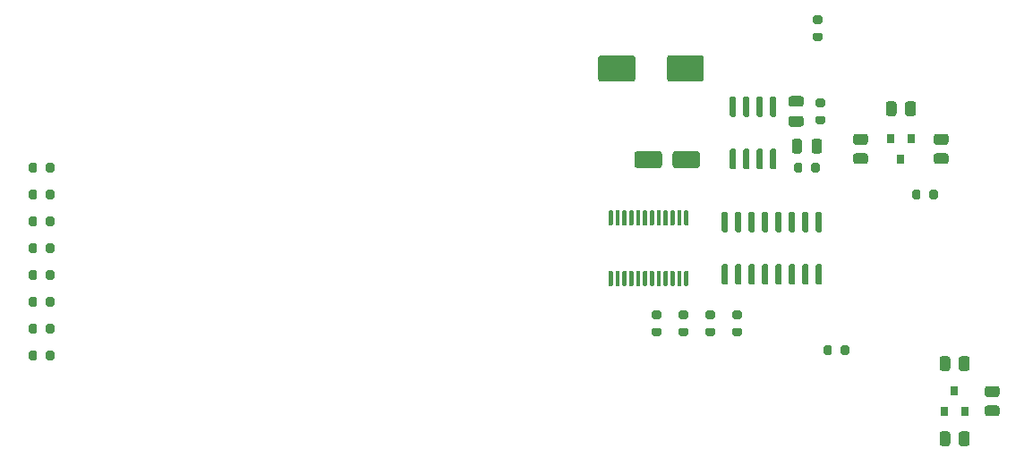
<source format=gbr>
%TF.GenerationSoftware,KiCad,Pcbnew,(5.1.10-1-10_14)*%
%TF.CreationDate,2021-11-01T23:58:36-04:00*%
%TF.ProjectId,DIODE-prototype-board,44494f44-452d-4707-926f-746f74797065,rev?*%
%TF.SameCoordinates,Original*%
%TF.FileFunction,Paste,Top*%
%TF.FilePolarity,Positive*%
%FSLAX46Y46*%
G04 Gerber Fmt 4.6, Leading zero omitted, Abs format (unit mm)*
G04 Created by KiCad (PCBNEW (5.1.10-1-10_14)) date 2021-11-01 23:58:36*
%MOMM*%
%LPD*%
G01*
G04 APERTURE LIST*
%ADD10R,0.800000X0.900000*%
G04 APERTURE END LIST*
%TO.C,R23*%
G36*
G01*
X156610000Y-161486001D02*
X156610000Y-160585999D01*
G75*
G02*
X156859999Y-160336000I249999J0D01*
G01*
X157385001Y-160336000D01*
G75*
G02*
X157635000Y-160585999I0J-249999D01*
G01*
X157635000Y-161486001D01*
G75*
G02*
X157385001Y-161736000I-249999J0D01*
G01*
X156859999Y-161736000D01*
G75*
G02*
X156610000Y-161486001I0J249999D01*
G01*
G37*
G36*
G01*
X154785000Y-161486001D02*
X154785000Y-160585999D01*
G75*
G02*
X155034999Y-160336000I249999J0D01*
G01*
X155560001Y-160336000D01*
G75*
G02*
X155810000Y-160585999I0J-249999D01*
G01*
X155810000Y-161486001D01*
G75*
G02*
X155560001Y-161736000I-249999J0D01*
G01*
X155034999Y-161736000D01*
G75*
G02*
X154785000Y-161486001I0J249999D01*
G01*
G37*
%TD*%
%TO.C,R22*%
G36*
G01*
X156610000Y-168598001D02*
X156610000Y-167697999D01*
G75*
G02*
X156859999Y-167448000I249999J0D01*
G01*
X157385001Y-167448000D01*
G75*
G02*
X157635000Y-167697999I0J-249999D01*
G01*
X157635000Y-168598001D01*
G75*
G02*
X157385001Y-168848000I-249999J0D01*
G01*
X156859999Y-168848000D01*
G75*
G02*
X156610000Y-168598001I0J249999D01*
G01*
G37*
G36*
G01*
X154785000Y-168598001D02*
X154785000Y-167697999D01*
G75*
G02*
X155034999Y-167448000I249999J0D01*
G01*
X155560001Y-167448000D01*
G75*
G02*
X155810000Y-167697999I0J-249999D01*
G01*
X155810000Y-168598001D01*
G75*
G02*
X155560001Y-168848000I-249999J0D01*
G01*
X155034999Y-168848000D01*
G75*
G02*
X154785000Y-168598001I0J249999D01*
G01*
G37*
%TD*%
%TO.C,R21*%
G36*
G01*
X159315999Y-164992000D02*
X160216001Y-164992000D01*
G75*
G02*
X160466000Y-165241999I0J-249999D01*
G01*
X160466000Y-165767001D01*
G75*
G02*
X160216001Y-166017000I-249999J0D01*
G01*
X159315999Y-166017000D01*
G75*
G02*
X159066000Y-165767001I0J249999D01*
G01*
X159066000Y-165241999D01*
G75*
G02*
X159315999Y-164992000I249999J0D01*
G01*
G37*
G36*
G01*
X159315999Y-163167000D02*
X160216001Y-163167000D01*
G75*
G02*
X160466000Y-163416999I0J-249999D01*
G01*
X160466000Y-163942001D01*
G75*
G02*
X160216001Y-164192000I-249999J0D01*
G01*
X159315999Y-164192000D01*
G75*
G02*
X159066000Y-163942001I0J249999D01*
G01*
X159066000Y-163416999D01*
G75*
G02*
X159315999Y-163167000I249999J0D01*
G01*
G37*
%TD*%
%TO.C,R20*%
G36*
G01*
X146869999Y-141116000D02*
X147770001Y-141116000D01*
G75*
G02*
X148020000Y-141365999I0J-249999D01*
G01*
X148020000Y-141891001D01*
G75*
G02*
X147770001Y-142141000I-249999J0D01*
G01*
X146869999Y-142141000D01*
G75*
G02*
X146620000Y-141891001I0J249999D01*
G01*
X146620000Y-141365999D01*
G75*
G02*
X146869999Y-141116000I249999J0D01*
G01*
G37*
G36*
G01*
X146869999Y-139291000D02*
X147770001Y-139291000D01*
G75*
G02*
X148020000Y-139540999I0J-249999D01*
G01*
X148020000Y-140066001D01*
G75*
G02*
X147770001Y-140316000I-249999J0D01*
G01*
X146869999Y-140316000D01*
G75*
G02*
X146620000Y-140066001I0J249999D01*
G01*
X146620000Y-139540999D01*
G75*
G02*
X146869999Y-139291000I249999J0D01*
G01*
G37*
%TD*%
%TO.C,R19*%
G36*
G01*
X155390001Y-140316000D02*
X154489999Y-140316000D01*
G75*
G02*
X154240000Y-140066001I0J249999D01*
G01*
X154240000Y-139540999D01*
G75*
G02*
X154489999Y-139291000I249999J0D01*
G01*
X155390001Y-139291000D01*
G75*
G02*
X155640000Y-139540999I0J-249999D01*
G01*
X155640000Y-140066001D01*
G75*
G02*
X155390001Y-140316000I-249999J0D01*
G01*
G37*
G36*
G01*
X155390001Y-142141000D02*
X154489999Y-142141000D01*
G75*
G02*
X154240000Y-141891001I0J249999D01*
G01*
X154240000Y-141365999D01*
G75*
G02*
X154489999Y-141116000I249999J0D01*
G01*
X155390001Y-141116000D01*
G75*
G02*
X155640000Y-141365999I0J-249999D01*
G01*
X155640000Y-141891001D01*
G75*
G02*
X155390001Y-142141000I-249999J0D01*
G01*
G37*
%TD*%
%TO.C,R18*%
G36*
G01*
X151530000Y-137356001D02*
X151530000Y-136455999D01*
G75*
G02*
X151779999Y-136206000I249999J0D01*
G01*
X152305001Y-136206000D01*
G75*
G02*
X152555000Y-136455999I0J-249999D01*
G01*
X152555000Y-137356001D01*
G75*
G02*
X152305001Y-137606000I-249999J0D01*
G01*
X151779999Y-137606000D01*
G75*
G02*
X151530000Y-137356001I0J249999D01*
G01*
G37*
G36*
G01*
X149705000Y-137356001D02*
X149705000Y-136455999D01*
G75*
G02*
X149954999Y-136206000I249999J0D01*
G01*
X150480001Y-136206000D01*
G75*
G02*
X150730000Y-136455999I0J-249999D01*
G01*
X150730000Y-137356001D01*
G75*
G02*
X150480001Y-137606000I-249999J0D01*
G01*
X149954999Y-137606000D01*
G75*
G02*
X149705000Y-137356001I0J249999D01*
G01*
G37*
%TD*%
D10*
%TO.C,Q2*%
X156210000Y-163592000D03*
X157160000Y-165592000D03*
X155260000Y-165592000D03*
%TD*%
%TO.C,Q1*%
X151130000Y-141716000D03*
X150180000Y-139716000D03*
X152080000Y-139716000D03*
%TD*%
%TO.C,R17*%
G36*
G01*
X142665000Y-142769000D02*
X142665000Y-142219000D01*
G75*
G02*
X142865000Y-142019000I200000J0D01*
G01*
X143265000Y-142019000D01*
G75*
G02*
X143465000Y-142219000I0J-200000D01*
G01*
X143465000Y-142769000D01*
G75*
G02*
X143265000Y-142969000I-200000J0D01*
G01*
X142865000Y-142969000D01*
G75*
G02*
X142665000Y-142769000I0J200000D01*
G01*
G37*
G36*
G01*
X141015000Y-142769000D02*
X141015000Y-142219000D01*
G75*
G02*
X141215000Y-142019000I200000J0D01*
G01*
X141615000Y-142019000D01*
G75*
G02*
X141815000Y-142219000I0J-200000D01*
G01*
X141815000Y-142769000D01*
G75*
G02*
X141615000Y-142969000I-200000J0D01*
G01*
X141215000Y-142969000D01*
G75*
G02*
X141015000Y-142769000I0J200000D01*
G01*
G37*
%TD*%
%TO.C,D1*%
G36*
G01*
X141790000Y-140005750D02*
X141790000Y-140918250D01*
G75*
G02*
X141546250Y-141162000I-243750J0D01*
G01*
X141058750Y-141162000D01*
G75*
G02*
X140815000Y-140918250I0J243750D01*
G01*
X140815000Y-140005750D01*
G75*
G02*
X141058750Y-139762000I243750J0D01*
G01*
X141546250Y-139762000D01*
G75*
G02*
X141790000Y-140005750I0J-243750D01*
G01*
G37*
G36*
G01*
X143665000Y-140005750D02*
X143665000Y-140918250D01*
G75*
G02*
X143421250Y-141162000I-243750J0D01*
G01*
X142933750Y-141162000D01*
G75*
G02*
X142690000Y-140918250I0J243750D01*
G01*
X142690000Y-140005750D01*
G75*
G02*
X142933750Y-139762000I243750J0D01*
G01*
X143421250Y-139762000D01*
G75*
G02*
X143665000Y-140005750I0J-243750D01*
G01*
G37*
%TD*%
%TO.C,U4*%
G36*
G01*
X134643000Y-148614000D02*
X134343000Y-148614000D01*
G75*
G02*
X134193000Y-148464000I0J150000D01*
G01*
X134193000Y-146814000D01*
G75*
G02*
X134343000Y-146664000I150000J0D01*
G01*
X134643000Y-146664000D01*
G75*
G02*
X134793000Y-146814000I0J-150000D01*
G01*
X134793000Y-148464000D01*
G75*
G02*
X134643000Y-148614000I-150000J0D01*
G01*
G37*
G36*
G01*
X135913000Y-148614000D02*
X135613000Y-148614000D01*
G75*
G02*
X135463000Y-148464000I0J150000D01*
G01*
X135463000Y-146814000D01*
G75*
G02*
X135613000Y-146664000I150000J0D01*
G01*
X135913000Y-146664000D01*
G75*
G02*
X136063000Y-146814000I0J-150000D01*
G01*
X136063000Y-148464000D01*
G75*
G02*
X135913000Y-148614000I-150000J0D01*
G01*
G37*
G36*
G01*
X137183000Y-148614000D02*
X136883000Y-148614000D01*
G75*
G02*
X136733000Y-148464000I0J150000D01*
G01*
X136733000Y-146814000D01*
G75*
G02*
X136883000Y-146664000I150000J0D01*
G01*
X137183000Y-146664000D01*
G75*
G02*
X137333000Y-146814000I0J-150000D01*
G01*
X137333000Y-148464000D01*
G75*
G02*
X137183000Y-148614000I-150000J0D01*
G01*
G37*
G36*
G01*
X138453000Y-148614000D02*
X138153000Y-148614000D01*
G75*
G02*
X138003000Y-148464000I0J150000D01*
G01*
X138003000Y-146814000D01*
G75*
G02*
X138153000Y-146664000I150000J0D01*
G01*
X138453000Y-146664000D01*
G75*
G02*
X138603000Y-146814000I0J-150000D01*
G01*
X138603000Y-148464000D01*
G75*
G02*
X138453000Y-148614000I-150000J0D01*
G01*
G37*
G36*
G01*
X139723000Y-148614000D02*
X139423000Y-148614000D01*
G75*
G02*
X139273000Y-148464000I0J150000D01*
G01*
X139273000Y-146814000D01*
G75*
G02*
X139423000Y-146664000I150000J0D01*
G01*
X139723000Y-146664000D01*
G75*
G02*
X139873000Y-146814000I0J-150000D01*
G01*
X139873000Y-148464000D01*
G75*
G02*
X139723000Y-148614000I-150000J0D01*
G01*
G37*
G36*
G01*
X140993000Y-148614000D02*
X140693000Y-148614000D01*
G75*
G02*
X140543000Y-148464000I0J150000D01*
G01*
X140543000Y-146814000D01*
G75*
G02*
X140693000Y-146664000I150000J0D01*
G01*
X140993000Y-146664000D01*
G75*
G02*
X141143000Y-146814000I0J-150000D01*
G01*
X141143000Y-148464000D01*
G75*
G02*
X140993000Y-148614000I-150000J0D01*
G01*
G37*
G36*
G01*
X142263000Y-148614000D02*
X141963000Y-148614000D01*
G75*
G02*
X141813000Y-148464000I0J150000D01*
G01*
X141813000Y-146814000D01*
G75*
G02*
X141963000Y-146664000I150000J0D01*
G01*
X142263000Y-146664000D01*
G75*
G02*
X142413000Y-146814000I0J-150000D01*
G01*
X142413000Y-148464000D01*
G75*
G02*
X142263000Y-148614000I-150000J0D01*
G01*
G37*
G36*
G01*
X143533000Y-148614000D02*
X143233000Y-148614000D01*
G75*
G02*
X143083000Y-148464000I0J150000D01*
G01*
X143083000Y-146814000D01*
G75*
G02*
X143233000Y-146664000I150000J0D01*
G01*
X143533000Y-146664000D01*
G75*
G02*
X143683000Y-146814000I0J-150000D01*
G01*
X143683000Y-148464000D01*
G75*
G02*
X143533000Y-148614000I-150000J0D01*
G01*
G37*
G36*
G01*
X143533000Y-153564000D02*
X143233000Y-153564000D01*
G75*
G02*
X143083000Y-153414000I0J150000D01*
G01*
X143083000Y-151764000D01*
G75*
G02*
X143233000Y-151614000I150000J0D01*
G01*
X143533000Y-151614000D01*
G75*
G02*
X143683000Y-151764000I0J-150000D01*
G01*
X143683000Y-153414000D01*
G75*
G02*
X143533000Y-153564000I-150000J0D01*
G01*
G37*
G36*
G01*
X142263000Y-153564000D02*
X141963000Y-153564000D01*
G75*
G02*
X141813000Y-153414000I0J150000D01*
G01*
X141813000Y-151764000D01*
G75*
G02*
X141963000Y-151614000I150000J0D01*
G01*
X142263000Y-151614000D01*
G75*
G02*
X142413000Y-151764000I0J-150000D01*
G01*
X142413000Y-153414000D01*
G75*
G02*
X142263000Y-153564000I-150000J0D01*
G01*
G37*
G36*
G01*
X140993000Y-153564000D02*
X140693000Y-153564000D01*
G75*
G02*
X140543000Y-153414000I0J150000D01*
G01*
X140543000Y-151764000D01*
G75*
G02*
X140693000Y-151614000I150000J0D01*
G01*
X140993000Y-151614000D01*
G75*
G02*
X141143000Y-151764000I0J-150000D01*
G01*
X141143000Y-153414000D01*
G75*
G02*
X140993000Y-153564000I-150000J0D01*
G01*
G37*
G36*
G01*
X139723000Y-153564000D02*
X139423000Y-153564000D01*
G75*
G02*
X139273000Y-153414000I0J150000D01*
G01*
X139273000Y-151764000D01*
G75*
G02*
X139423000Y-151614000I150000J0D01*
G01*
X139723000Y-151614000D01*
G75*
G02*
X139873000Y-151764000I0J-150000D01*
G01*
X139873000Y-153414000D01*
G75*
G02*
X139723000Y-153564000I-150000J0D01*
G01*
G37*
G36*
G01*
X138453000Y-153564000D02*
X138153000Y-153564000D01*
G75*
G02*
X138003000Y-153414000I0J150000D01*
G01*
X138003000Y-151764000D01*
G75*
G02*
X138153000Y-151614000I150000J0D01*
G01*
X138453000Y-151614000D01*
G75*
G02*
X138603000Y-151764000I0J-150000D01*
G01*
X138603000Y-153414000D01*
G75*
G02*
X138453000Y-153564000I-150000J0D01*
G01*
G37*
G36*
G01*
X137183000Y-153564000D02*
X136883000Y-153564000D01*
G75*
G02*
X136733000Y-153414000I0J150000D01*
G01*
X136733000Y-151764000D01*
G75*
G02*
X136883000Y-151614000I150000J0D01*
G01*
X137183000Y-151614000D01*
G75*
G02*
X137333000Y-151764000I0J-150000D01*
G01*
X137333000Y-153414000D01*
G75*
G02*
X137183000Y-153564000I-150000J0D01*
G01*
G37*
G36*
G01*
X135913000Y-153564000D02*
X135613000Y-153564000D01*
G75*
G02*
X135463000Y-153414000I0J150000D01*
G01*
X135463000Y-151764000D01*
G75*
G02*
X135613000Y-151614000I150000J0D01*
G01*
X135913000Y-151614000D01*
G75*
G02*
X136063000Y-151764000I0J-150000D01*
G01*
X136063000Y-153414000D01*
G75*
G02*
X135913000Y-153564000I-150000J0D01*
G01*
G37*
G36*
G01*
X134643000Y-153564000D02*
X134343000Y-153564000D01*
G75*
G02*
X134193000Y-153414000I0J150000D01*
G01*
X134193000Y-151764000D01*
G75*
G02*
X134343000Y-151614000I150000J0D01*
G01*
X134643000Y-151614000D01*
G75*
G02*
X134793000Y-151764000I0J-150000D01*
G01*
X134793000Y-153414000D01*
G75*
G02*
X134643000Y-153564000I-150000J0D01*
G01*
G37*
%TD*%
%TO.C,C3*%
G36*
G01*
X126008000Y-132096000D02*
X126008000Y-134096000D01*
G75*
G02*
X125758000Y-134346000I-250000J0D01*
G01*
X122758000Y-134346000D01*
G75*
G02*
X122508000Y-134096000I0J250000D01*
G01*
X122508000Y-132096000D01*
G75*
G02*
X122758000Y-131846000I250000J0D01*
G01*
X125758000Y-131846000D01*
G75*
G02*
X126008000Y-132096000I0J-250000D01*
G01*
G37*
G36*
G01*
X132508000Y-132096000D02*
X132508000Y-134096000D01*
G75*
G02*
X132258000Y-134346000I-250000J0D01*
G01*
X129258000Y-134346000D01*
G75*
G02*
X129008000Y-134096000I0J250000D01*
G01*
X129008000Y-132096000D01*
G75*
G02*
X129258000Y-131846000I250000J0D01*
G01*
X132258000Y-131846000D01*
G75*
G02*
X132508000Y-132096000I0J-250000D01*
G01*
G37*
%TD*%
%TO.C,C1*%
G36*
G01*
X140749000Y-137610000D02*
X141699000Y-137610000D01*
G75*
G02*
X141949000Y-137860000I0J-250000D01*
G01*
X141949000Y-138360000D01*
G75*
G02*
X141699000Y-138610000I-250000J0D01*
G01*
X140749000Y-138610000D01*
G75*
G02*
X140499000Y-138360000I0J250000D01*
G01*
X140499000Y-137860000D01*
G75*
G02*
X140749000Y-137610000I250000J0D01*
G01*
G37*
G36*
G01*
X140749000Y-135710000D02*
X141699000Y-135710000D01*
G75*
G02*
X141949000Y-135960000I0J-250000D01*
G01*
X141949000Y-136460000D01*
G75*
G02*
X141699000Y-136710000I-250000J0D01*
G01*
X140749000Y-136710000D01*
G75*
G02*
X140499000Y-136460000I0J250000D01*
G01*
X140499000Y-135960000D01*
G75*
G02*
X140749000Y-135710000I250000J0D01*
G01*
G37*
%TD*%
%TO.C,C2*%
G36*
G01*
X128532000Y-141182000D02*
X128532000Y-142282000D01*
G75*
G02*
X128282000Y-142532000I-250000J0D01*
G01*
X126182000Y-142532000D01*
G75*
G02*
X125932000Y-142282000I0J250000D01*
G01*
X125932000Y-141182000D01*
G75*
G02*
X126182000Y-140932000I250000J0D01*
G01*
X128282000Y-140932000D01*
G75*
G02*
X128532000Y-141182000I0J-250000D01*
G01*
G37*
G36*
G01*
X132132000Y-141182000D02*
X132132000Y-142282000D01*
G75*
G02*
X131882000Y-142532000I-250000J0D01*
G01*
X129782000Y-142532000D01*
G75*
G02*
X129532000Y-142282000I0J250000D01*
G01*
X129532000Y-141182000D01*
G75*
G02*
X129782000Y-140932000I250000J0D01*
G01*
X131882000Y-140932000D01*
G75*
G02*
X132132000Y-141182000I0J-250000D01*
G01*
G37*
%TD*%
%TO.C,U3*%
G36*
G01*
X130729000Y-152239000D02*
X130929000Y-152239000D01*
G75*
G02*
X131029000Y-152339000I0J-100000D01*
G01*
X131029000Y-153614000D01*
G75*
G02*
X130929000Y-153714000I-100000J0D01*
G01*
X130729000Y-153714000D01*
G75*
G02*
X130629000Y-153614000I0J100000D01*
G01*
X130629000Y-152339000D01*
G75*
G02*
X130729000Y-152239000I100000J0D01*
G01*
G37*
G36*
G01*
X130079000Y-152239000D02*
X130279000Y-152239000D01*
G75*
G02*
X130379000Y-152339000I0J-100000D01*
G01*
X130379000Y-153614000D01*
G75*
G02*
X130279000Y-153714000I-100000J0D01*
G01*
X130079000Y-153714000D01*
G75*
G02*
X129979000Y-153614000I0J100000D01*
G01*
X129979000Y-152339000D01*
G75*
G02*
X130079000Y-152239000I100000J0D01*
G01*
G37*
G36*
G01*
X129429000Y-152239000D02*
X129629000Y-152239000D01*
G75*
G02*
X129729000Y-152339000I0J-100000D01*
G01*
X129729000Y-153614000D01*
G75*
G02*
X129629000Y-153714000I-100000J0D01*
G01*
X129429000Y-153714000D01*
G75*
G02*
X129329000Y-153614000I0J100000D01*
G01*
X129329000Y-152339000D01*
G75*
G02*
X129429000Y-152239000I100000J0D01*
G01*
G37*
G36*
G01*
X128779000Y-152239000D02*
X128979000Y-152239000D01*
G75*
G02*
X129079000Y-152339000I0J-100000D01*
G01*
X129079000Y-153614000D01*
G75*
G02*
X128979000Y-153714000I-100000J0D01*
G01*
X128779000Y-153714000D01*
G75*
G02*
X128679000Y-153614000I0J100000D01*
G01*
X128679000Y-152339000D01*
G75*
G02*
X128779000Y-152239000I100000J0D01*
G01*
G37*
G36*
G01*
X128129000Y-152239000D02*
X128329000Y-152239000D01*
G75*
G02*
X128429000Y-152339000I0J-100000D01*
G01*
X128429000Y-153614000D01*
G75*
G02*
X128329000Y-153714000I-100000J0D01*
G01*
X128129000Y-153714000D01*
G75*
G02*
X128029000Y-153614000I0J100000D01*
G01*
X128029000Y-152339000D01*
G75*
G02*
X128129000Y-152239000I100000J0D01*
G01*
G37*
G36*
G01*
X127479000Y-152239000D02*
X127679000Y-152239000D01*
G75*
G02*
X127779000Y-152339000I0J-100000D01*
G01*
X127779000Y-153614000D01*
G75*
G02*
X127679000Y-153714000I-100000J0D01*
G01*
X127479000Y-153714000D01*
G75*
G02*
X127379000Y-153614000I0J100000D01*
G01*
X127379000Y-152339000D01*
G75*
G02*
X127479000Y-152239000I100000J0D01*
G01*
G37*
G36*
G01*
X126829000Y-152239000D02*
X127029000Y-152239000D01*
G75*
G02*
X127129000Y-152339000I0J-100000D01*
G01*
X127129000Y-153614000D01*
G75*
G02*
X127029000Y-153714000I-100000J0D01*
G01*
X126829000Y-153714000D01*
G75*
G02*
X126729000Y-153614000I0J100000D01*
G01*
X126729000Y-152339000D01*
G75*
G02*
X126829000Y-152239000I100000J0D01*
G01*
G37*
G36*
G01*
X126179000Y-152239000D02*
X126379000Y-152239000D01*
G75*
G02*
X126479000Y-152339000I0J-100000D01*
G01*
X126479000Y-153614000D01*
G75*
G02*
X126379000Y-153714000I-100000J0D01*
G01*
X126179000Y-153714000D01*
G75*
G02*
X126079000Y-153614000I0J100000D01*
G01*
X126079000Y-152339000D01*
G75*
G02*
X126179000Y-152239000I100000J0D01*
G01*
G37*
G36*
G01*
X125529000Y-152239000D02*
X125729000Y-152239000D01*
G75*
G02*
X125829000Y-152339000I0J-100000D01*
G01*
X125829000Y-153614000D01*
G75*
G02*
X125729000Y-153714000I-100000J0D01*
G01*
X125529000Y-153714000D01*
G75*
G02*
X125429000Y-153614000I0J100000D01*
G01*
X125429000Y-152339000D01*
G75*
G02*
X125529000Y-152239000I100000J0D01*
G01*
G37*
G36*
G01*
X124879000Y-152239000D02*
X125079000Y-152239000D01*
G75*
G02*
X125179000Y-152339000I0J-100000D01*
G01*
X125179000Y-153614000D01*
G75*
G02*
X125079000Y-153714000I-100000J0D01*
G01*
X124879000Y-153714000D01*
G75*
G02*
X124779000Y-153614000I0J100000D01*
G01*
X124779000Y-152339000D01*
G75*
G02*
X124879000Y-152239000I100000J0D01*
G01*
G37*
G36*
G01*
X124229000Y-152239000D02*
X124429000Y-152239000D01*
G75*
G02*
X124529000Y-152339000I0J-100000D01*
G01*
X124529000Y-153614000D01*
G75*
G02*
X124429000Y-153714000I-100000J0D01*
G01*
X124229000Y-153714000D01*
G75*
G02*
X124129000Y-153614000I0J100000D01*
G01*
X124129000Y-152339000D01*
G75*
G02*
X124229000Y-152239000I100000J0D01*
G01*
G37*
G36*
G01*
X123579000Y-152239000D02*
X123779000Y-152239000D01*
G75*
G02*
X123879000Y-152339000I0J-100000D01*
G01*
X123879000Y-153614000D01*
G75*
G02*
X123779000Y-153714000I-100000J0D01*
G01*
X123579000Y-153714000D01*
G75*
G02*
X123479000Y-153614000I0J100000D01*
G01*
X123479000Y-152339000D01*
G75*
G02*
X123579000Y-152239000I100000J0D01*
G01*
G37*
G36*
G01*
X123579000Y-146514000D02*
X123779000Y-146514000D01*
G75*
G02*
X123879000Y-146614000I0J-100000D01*
G01*
X123879000Y-147889000D01*
G75*
G02*
X123779000Y-147989000I-100000J0D01*
G01*
X123579000Y-147989000D01*
G75*
G02*
X123479000Y-147889000I0J100000D01*
G01*
X123479000Y-146614000D01*
G75*
G02*
X123579000Y-146514000I100000J0D01*
G01*
G37*
G36*
G01*
X124229000Y-146514000D02*
X124429000Y-146514000D01*
G75*
G02*
X124529000Y-146614000I0J-100000D01*
G01*
X124529000Y-147889000D01*
G75*
G02*
X124429000Y-147989000I-100000J0D01*
G01*
X124229000Y-147989000D01*
G75*
G02*
X124129000Y-147889000I0J100000D01*
G01*
X124129000Y-146614000D01*
G75*
G02*
X124229000Y-146514000I100000J0D01*
G01*
G37*
G36*
G01*
X124879000Y-146514000D02*
X125079000Y-146514000D01*
G75*
G02*
X125179000Y-146614000I0J-100000D01*
G01*
X125179000Y-147889000D01*
G75*
G02*
X125079000Y-147989000I-100000J0D01*
G01*
X124879000Y-147989000D01*
G75*
G02*
X124779000Y-147889000I0J100000D01*
G01*
X124779000Y-146614000D01*
G75*
G02*
X124879000Y-146514000I100000J0D01*
G01*
G37*
G36*
G01*
X125529000Y-146514000D02*
X125729000Y-146514000D01*
G75*
G02*
X125829000Y-146614000I0J-100000D01*
G01*
X125829000Y-147889000D01*
G75*
G02*
X125729000Y-147989000I-100000J0D01*
G01*
X125529000Y-147989000D01*
G75*
G02*
X125429000Y-147889000I0J100000D01*
G01*
X125429000Y-146614000D01*
G75*
G02*
X125529000Y-146514000I100000J0D01*
G01*
G37*
G36*
G01*
X126179000Y-146514000D02*
X126379000Y-146514000D01*
G75*
G02*
X126479000Y-146614000I0J-100000D01*
G01*
X126479000Y-147889000D01*
G75*
G02*
X126379000Y-147989000I-100000J0D01*
G01*
X126179000Y-147989000D01*
G75*
G02*
X126079000Y-147889000I0J100000D01*
G01*
X126079000Y-146614000D01*
G75*
G02*
X126179000Y-146514000I100000J0D01*
G01*
G37*
G36*
G01*
X126829000Y-146514000D02*
X127029000Y-146514000D01*
G75*
G02*
X127129000Y-146614000I0J-100000D01*
G01*
X127129000Y-147889000D01*
G75*
G02*
X127029000Y-147989000I-100000J0D01*
G01*
X126829000Y-147989000D01*
G75*
G02*
X126729000Y-147889000I0J100000D01*
G01*
X126729000Y-146614000D01*
G75*
G02*
X126829000Y-146514000I100000J0D01*
G01*
G37*
G36*
G01*
X127479000Y-146514000D02*
X127679000Y-146514000D01*
G75*
G02*
X127779000Y-146614000I0J-100000D01*
G01*
X127779000Y-147889000D01*
G75*
G02*
X127679000Y-147989000I-100000J0D01*
G01*
X127479000Y-147989000D01*
G75*
G02*
X127379000Y-147889000I0J100000D01*
G01*
X127379000Y-146614000D01*
G75*
G02*
X127479000Y-146514000I100000J0D01*
G01*
G37*
G36*
G01*
X128129000Y-146514000D02*
X128329000Y-146514000D01*
G75*
G02*
X128429000Y-146614000I0J-100000D01*
G01*
X128429000Y-147889000D01*
G75*
G02*
X128329000Y-147989000I-100000J0D01*
G01*
X128129000Y-147989000D01*
G75*
G02*
X128029000Y-147889000I0J100000D01*
G01*
X128029000Y-146614000D01*
G75*
G02*
X128129000Y-146514000I100000J0D01*
G01*
G37*
G36*
G01*
X128779000Y-146514000D02*
X128979000Y-146514000D01*
G75*
G02*
X129079000Y-146614000I0J-100000D01*
G01*
X129079000Y-147889000D01*
G75*
G02*
X128979000Y-147989000I-100000J0D01*
G01*
X128779000Y-147989000D01*
G75*
G02*
X128679000Y-147889000I0J100000D01*
G01*
X128679000Y-146614000D01*
G75*
G02*
X128779000Y-146514000I100000J0D01*
G01*
G37*
G36*
G01*
X129429000Y-146514000D02*
X129629000Y-146514000D01*
G75*
G02*
X129729000Y-146614000I0J-100000D01*
G01*
X129729000Y-147889000D01*
G75*
G02*
X129629000Y-147989000I-100000J0D01*
G01*
X129429000Y-147989000D01*
G75*
G02*
X129329000Y-147889000I0J100000D01*
G01*
X129329000Y-146614000D01*
G75*
G02*
X129429000Y-146514000I100000J0D01*
G01*
G37*
G36*
G01*
X130079000Y-146514000D02*
X130279000Y-146514000D01*
G75*
G02*
X130379000Y-146614000I0J-100000D01*
G01*
X130379000Y-147889000D01*
G75*
G02*
X130279000Y-147989000I-100000J0D01*
G01*
X130079000Y-147989000D01*
G75*
G02*
X129979000Y-147889000I0J100000D01*
G01*
X129979000Y-146614000D01*
G75*
G02*
X130079000Y-146514000I100000J0D01*
G01*
G37*
G36*
G01*
X130729000Y-146514000D02*
X130929000Y-146514000D01*
G75*
G02*
X131029000Y-146614000I0J-100000D01*
G01*
X131029000Y-147889000D01*
G75*
G02*
X130929000Y-147989000I-100000J0D01*
G01*
X130729000Y-147989000D01*
G75*
G02*
X130629000Y-147889000I0J100000D01*
G01*
X130629000Y-146614000D01*
G75*
G02*
X130729000Y-146514000I100000J0D01*
G01*
G37*
%TD*%
%TO.C,U2*%
G36*
G01*
X135405000Y-137692000D02*
X135105000Y-137692000D01*
G75*
G02*
X134955000Y-137542000I0J150000D01*
G01*
X134955000Y-135892000D01*
G75*
G02*
X135105000Y-135742000I150000J0D01*
G01*
X135405000Y-135742000D01*
G75*
G02*
X135555000Y-135892000I0J-150000D01*
G01*
X135555000Y-137542000D01*
G75*
G02*
X135405000Y-137692000I-150000J0D01*
G01*
G37*
G36*
G01*
X136675000Y-137692000D02*
X136375000Y-137692000D01*
G75*
G02*
X136225000Y-137542000I0J150000D01*
G01*
X136225000Y-135892000D01*
G75*
G02*
X136375000Y-135742000I150000J0D01*
G01*
X136675000Y-135742000D01*
G75*
G02*
X136825000Y-135892000I0J-150000D01*
G01*
X136825000Y-137542000D01*
G75*
G02*
X136675000Y-137692000I-150000J0D01*
G01*
G37*
G36*
G01*
X137945000Y-137692000D02*
X137645000Y-137692000D01*
G75*
G02*
X137495000Y-137542000I0J150000D01*
G01*
X137495000Y-135892000D01*
G75*
G02*
X137645000Y-135742000I150000J0D01*
G01*
X137945000Y-135742000D01*
G75*
G02*
X138095000Y-135892000I0J-150000D01*
G01*
X138095000Y-137542000D01*
G75*
G02*
X137945000Y-137692000I-150000J0D01*
G01*
G37*
G36*
G01*
X139215000Y-137692000D02*
X138915000Y-137692000D01*
G75*
G02*
X138765000Y-137542000I0J150000D01*
G01*
X138765000Y-135892000D01*
G75*
G02*
X138915000Y-135742000I150000J0D01*
G01*
X139215000Y-135742000D01*
G75*
G02*
X139365000Y-135892000I0J-150000D01*
G01*
X139365000Y-137542000D01*
G75*
G02*
X139215000Y-137692000I-150000J0D01*
G01*
G37*
G36*
G01*
X139215000Y-142642000D02*
X138915000Y-142642000D01*
G75*
G02*
X138765000Y-142492000I0J150000D01*
G01*
X138765000Y-140842000D01*
G75*
G02*
X138915000Y-140692000I150000J0D01*
G01*
X139215000Y-140692000D01*
G75*
G02*
X139365000Y-140842000I0J-150000D01*
G01*
X139365000Y-142492000D01*
G75*
G02*
X139215000Y-142642000I-150000J0D01*
G01*
G37*
G36*
G01*
X137945000Y-142642000D02*
X137645000Y-142642000D01*
G75*
G02*
X137495000Y-142492000I0J150000D01*
G01*
X137495000Y-140842000D01*
G75*
G02*
X137645000Y-140692000I150000J0D01*
G01*
X137945000Y-140692000D01*
G75*
G02*
X138095000Y-140842000I0J-150000D01*
G01*
X138095000Y-142492000D01*
G75*
G02*
X137945000Y-142642000I-150000J0D01*
G01*
G37*
G36*
G01*
X136675000Y-142642000D02*
X136375000Y-142642000D01*
G75*
G02*
X136225000Y-142492000I0J150000D01*
G01*
X136225000Y-140842000D01*
G75*
G02*
X136375000Y-140692000I150000J0D01*
G01*
X136675000Y-140692000D01*
G75*
G02*
X136825000Y-140842000I0J-150000D01*
G01*
X136825000Y-142492000D01*
G75*
G02*
X136675000Y-142642000I-150000J0D01*
G01*
G37*
G36*
G01*
X135405000Y-142642000D02*
X135105000Y-142642000D01*
G75*
G02*
X134955000Y-142492000I0J150000D01*
G01*
X134955000Y-140842000D01*
G75*
G02*
X135105000Y-140692000I150000J0D01*
G01*
X135405000Y-140692000D01*
G75*
G02*
X135555000Y-140842000I0J-150000D01*
G01*
X135555000Y-142492000D01*
G75*
G02*
X135405000Y-142642000I-150000J0D01*
G01*
G37*
%TD*%
%TO.C,R16*%
G36*
G01*
X127741000Y-157651000D02*
X128291000Y-157651000D01*
G75*
G02*
X128491000Y-157851000I0J-200000D01*
G01*
X128491000Y-158251000D01*
G75*
G02*
X128291000Y-158451000I-200000J0D01*
G01*
X127741000Y-158451000D01*
G75*
G02*
X127541000Y-158251000I0J200000D01*
G01*
X127541000Y-157851000D01*
G75*
G02*
X127741000Y-157651000I200000J0D01*
G01*
G37*
G36*
G01*
X127741000Y-156001000D02*
X128291000Y-156001000D01*
G75*
G02*
X128491000Y-156201000I0J-200000D01*
G01*
X128491000Y-156601000D01*
G75*
G02*
X128291000Y-156801000I-200000J0D01*
G01*
X127741000Y-156801000D01*
G75*
G02*
X127541000Y-156601000I0J200000D01*
G01*
X127541000Y-156201000D01*
G75*
G02*
X127741000Y-156001000I200000J0D01*
G01*
G37*
%TD*%
%TO.C,R15*%
G36*
G01*
X130281000Y-157651000D02*
X130831000Y-157651000D01*
G75*
G02*
X131031000Y-157851000I0J-200000D01*
G01*
X131031000Y-158251000D01*
G75*
G02*
X130831000Y-158451000I-200000J0D01*
G01*
X130281000Y-158451000D01*
G75*
G02*
X130081000Y-158251000I0J200000D01*
G01*
X130081000Y-157851000D01*
G75*
G02*
X130281000Y-157651000I200000J0D01*
G01*
G37*
G36*
G01*
X130281000Y-156001000D02*
X130831000Y-156001000D01*
G75*
G02*
X131031000Y-156201000I0J-200000D01*
G01*
X131031000Y-156601000D01*
G75*
G02*
X130831000Y-156801000I-200000J0D01*
G01*
X130281000Y-156801000D01*
G75*
G02*
X130081000Y-156601000I0J200000D01*
G01*
X130081000Y-156201000D01*
G75*
G02*
X130281000Y-156001000I200000J0D01*
G01*
G37*
%TD*%
%TO.C,R14*%
G36*
G01*
X132821000Y-157651000D02*
X133371000Y-157651000D01*
G75*
G02*
X133571000Y-157851000I0J-200000D01*
G01*
X133571000Y-158251000D01*
G75*
G02*
X133371000Y-158451000I-200000J0D01*
G01*
X132821000Y-158451000D01*
G75*
G02*
X132621000Y-158251000I0J200000D01*
G01*
X132621000Y-157851000D01*
G75*
G02*
X132821000Y-157651000I200000J0D01*
G01*
G37*
G36*
G01*
X132821000Y-156001000D02*
X133371000Y-156001000D01*
G75*
G02*
X133571000Y-156201000I0J-200000D01*
G01*
X133571000Y-156601000D01*
G75*
G02*
X133371000Y-156801000I-200000J0D01*
G01*
X132821000Y-156801000D01*
G75*
G02*
X132621000Y-156601000I0J200000D01*
G01*
X132621000Y-156201000D01*
G75*
G02*
X132821000Y-156001000I200000J0D01*
G01*
G37*
%TD*%
%TO.C,R13*%
G36*
G01*
X135361000Y-157651000D02*
X135911000Y-157651000D01*
G75*
G02*
X136111000Y-157851000I0J-200000D01*
G01*
X136111000Y-158251000D01*
G75*
G02*
X135911000Y-158451000I-200000J0D01*
G01*
X135361000Y-158451000D01*
G75*
G02*
X135161000Y-158251000I0J200000D01*
G01*
X135161000Y-157851000D01*
G75*
G02*
X135361000Y-157651000I200000J0D01*
G01*
G37*
G36*
G01*
X135361000Y-156001000D02*
X135911000Y-156001000D01*
G75*
G02*
X136111000Y-156201000I0J-200000D01*
G01*
X136111000Y-156601000D01*
G75*
G02*
X135911000Y-156801000I-200000J0D01*
G01*
X135361000Y-156801000D01*
G75*
G02*
X135161000Y-156601000I0J200000D01*
G01*
X135161000Y-156201000D01*
G75*
G02*
X135361000Y-156001000I200000J0D01*
G01*
G37*
%TD*%
%TO.C,R12*%
G36*
G01*
X144609000Y-159491000D02*
X144609000Y-160041000D01*
G75*
G02*
X144409000Y-160241000I-200000J0D01*
G01*
X144009000Y-160241000D01*
G75*
G02*
X143809000Y-160041000I0J200000D01*
G01*
X143809000Y-159491000D01*
G75*
G02*
X144009000Y-159291000I200000J0D01*
G01*
X144409000Y-159291000D01*
G75*
G02*
X144609000Y-159491000I0J-200000D01*
G01*
G37*
G36*
G01*
X146259000Y-159491000D02*
X146259000Y-160041000D01*
G75*
G02*
X146059000Y-160241000I-200000J0D01*
G01*
X145659000Y-160241000D01*
G75*
G02*
X145459000Y-160041000I0J200000D01*
G01*
X145459000Y-159491000D01*
G75*
G02*
X145659000Y-159291000I200000J0D01*
G01*
X146059000Y-159291000D01*
G75*
G02*
X146259000Y-159491000I0J-200000D01*
G01*
G37*
%TD*%
%TO.C,R11*%
G36*
G01*
X152991000Y-144759000D02*
X152991000Y-145309000D01*
G75*
G02*
X152791000Y-145509000I-200000J0D01*
G01*
X152391000Y-145509000D01*
G75*
G02*
X152191000Y-145309000I0J200000D01*
G01*
X152191000Y-144759000D01*
G75*
G02*
X152391000Y-144559000I200000J0D01*
G01*
X152791000Y-144559000D01*
G75*
G02*
X152991000Y-144759000I0J-200000D01*
G01*
G37*
G36*
G01*
X154641000Y-144759000D02*
X154641000Y-145309000D01*
G75*
G02*
X154441000Y-145509000I-200000J0D01*
G01*
X154041000Y-145509000D01*
G75*
G02*
X153841000Y-145309000I0J200000D01*
G01*
X153841000Y-144759000D01*
G75*
G02*
X154041000Y-144559000I200000J0D01*
G01*
X154441000Y-144559000D01*
G75*
G02*
X154641000Y-144759000I0J-200000D01*
G01*
G37*
%TD*%
%TO.C,R10*%
G36*
G01*
X143235000Y-137585000D02*
X143785000Y-137585000D01*
G75*
G02*
X143985000Y-137785000I0J-200000D01*
G01*
X143985000Y-138185000D01*
G75*
G02*
X143785000Y-138385000I-200000J0D01*
G01*
X143235000Y-138385000D01*
G75*
G02*
X143035000Y-138185000I0J200000D01*
G01*
X143035000Y-137785000D01*
G75*
G02*
X143235000Y-137585000I200000J0D01*
G01*
G37*
G36*
G01*
X143235000Y-135935000D02*
X143785000Y-135935000D01*
G75*
G02*
X143985000Y-136135000I0J-200000D01*
G01*
X143985000Y-136535000D01*
G75*
G02*
X143785000Y-136735000I-200000J0D01*
G01*
X143235000Y-136735000D01*
G75*
G02*
X143035000Y-136535000I0J200000D01*
G01*
X143035000Y-136135000D01*
G75*
G02*
X143235000Y-135935000I200000J0D01*
G01*
G37*
%TD*%
%TO.C,R9*%
G36*
G01*
X70275000Y-142769000D02*
X70275000Y-142219000D01*
G75*
G02*
X70475000Y-142019000I200000J0D01*
G01*
X70875000Y-142019000D01*
G75*
G02*
X71075000Y-142219000I0J-200000D01*
G01*
X71075000Y-142769000D01*
G75*
G02*
X70875000Y-142969000I-200000J0D01*
G01*
X70475000Y-142969000D01*
G75*
G02*
X70275000Y-142769000I0J200000D01*
G01*
G37*
G36*
G01*
X68625000Y-142769000D02*
X68625000Y-142219000D01*
G75*
G02*
X68825000Y-142019000I200000J0D01*
G01*
X69225000Y-142019000D01*
G75*
G02*
X69425000Y-142219000I0J-200000D01*
G01*
X69425000Y-142769000D01*
G75*
G02*
X69225000Y-142969000I-200000J0D01*
G01*
X68825000Y-142969000D01*
G75*
G02*
X68625000Y-142769000I0J200000D01*
G01*
G37*
%TD*%
%TO.C,R8*%
G36*
G01*
X70275000Y-145309000D02*
X70275000Y-144759000D01*
G75*
G02*
X70475000Y-144559000I200000J0D01*
G01*
X70875000Y-144559000D01*
G75*
G02*
X71075000Y-144759000I0J-200000D01*
G01*
X71075000Y-145309000D01*
G75*
G02*
X70875000Y-145509000I-200000J0D01*
G01*
X70475000Y-145509000D01*
G75*
G02*
X70275000Y-145309000I0J200000D01*
G01*
G37*
G36*
G01*
X68625000Y-145309000D02*
X68625000Y-144759000D01*
G75*
G02*
X68825000Y-144559000I200000J0D01*
G01*
X69225000Y-144559000D01*
G75*
G02*
X69425000Y-144759000I0J-200000D01*
G01*
X69425000Y-145309000D01*
G75*
G02*
X69225000Y-145509000I-200000J0D01*
G01*
X68825000Y-145509000D01*
G75*
G02*
X68625000Y-145309000I0J200000D01*
G01*
G37*
%TD*%
%TO.C,R7*%
G36*
G01*
X70275000Y-147849000D02*
X70275000Y-147299000D01*
G75*
G02*
X70475000Y-147099000I200000J0D01*
G01*
X70875000Y-147099000D01*
G75*
G02*
X71075000Y-147299000I0J-200000D01*
G01*
X71075000Y-147849000D01*
G75*
G02*
X70875000Y-148049000I-200000J0D01*
G01*
X70475000Y-148049000D01*
G75*
G02*
X70275000Y-147849000I0J200000D01*
G01*
G37*
G36*
G01*
X68625000Y-147849000D02*
X68625000Y-147299000D01*
G75*
G02*
X68825000Y-147099000I200000J0D01*
G01*
X69225000Y-147099000D01*
G75*
G02*
X69425000Y-147299000I0J-200000D01*
G01*
X69425000Y-147849000D01*
G75*
G02*
X69225000Y-148049000I-200000J0D01*
G01*
X68825000Y-148049000D01*
G75*
G02*
X68625000Y-147849000I0J200000D01*
G01*
G37*
%TD*%
%TO.C,R6*%
G36*
G01*
X70275000Y-150389000D02*
X70275000Y-149839000D01*
G75*
G02*
X70475000Y-149639000I200000J0D01*
G01*
X70875000Y-149639000D01*
G75*
G02*
X71075000Y-149839000I0J-200000D01*
G01*
X71075000Y-150389000D01*
G75*
G02*
X70875000Y-150589000I-200000J0D01*
G01*
X70475000Y-150589000D01*
G75*
G02*
X70275000Y-150389000I0J200000D01*
G01*
G37*
G36*
G01*
X68625000Y-150389000D02*
X68625000Y-149839000D01*
G75*
G02*
X68825000Y-149639000I200000J0D01*
G01*
X69225000Y-149639000D01*
G75*
G02*
X69425000Y-149839000I0J-200000D01*
G01*
X69425000Y-150389000D01*
G75*
G02*
X69225000Y-150589000I-200000J0D01*
G01*
X68825000Y-150589000D01*
G75*
G02*
X68625000Y-150389000I0J200000D01*
G01*
G37*
%TD*%
%TO.C,R5*%
G36*
G01*
X142981000Y-129711000D02*
X143531000Y-129711000D01*
G75*
G02*
X143731000Y-129911000I0J-200000D01*
G01*
X143731000Y-130311000D01*
G75*
G02*
X143531000Y-130511000I-200000J0D01*
G01*
X142981000Y-130511000D01*
G75*
G02*
X142781000Y-130311000I0J200000D01*
G01*
X142781000Y-129911000D01*
G75*
G02*
X142981000Y-129711000I200000J0D01*
G01*
G37*
G36*
G01*
X142981000Y-128061000D02*
X143531000Y-128061000D01*
G75*
G02*
X143731000Y-128261000I0J-200000D01*
G01*
X143731000Y-128661000D01*
G75*
G02*
X143531000Y-128861000I-200000J0D01*
G01*
X142981000Y-128861000D01*
G75*
G02*
X142781000Y-128661000I0J200000D01*
G01*
X142781000Y-128261000D01*
G75*
G02*
X142981000Y-128061000I200000J0D01*
G01*
G37*
%TD*%
%TO.C,R4*%
G36*
G01*
X70275000Y-152929000D02*
X70275000Y-152379000D01*
G75*
G02*
X70475000Y-152179000I200000J0D01*
G01*
X70875000Y-152179000D01*
G75*
G02*
X71075000Y-152379000I0J-200000D01*
G01*
X71075000Y-152929000D01*
G75*
G02*
X70875000Y-153129000I-200000J0D01*
G01*
X70475000Y-153129000D01*
G75*
G02*
X70275000Y-152929000I0J200000D01*
G01*
G37*
G36*
G01*
X68625000Y-152929000D02*
X68625000Y-152379000D01*
G75*
G02*
X68825000Y-152179000I200000J0D01*
G01*
X69225000Y-152179000D01*
G75*
G02*
X69425000Y-152379000I0J-200000D01*
G01*
X69425000Y-152929000D01*
G75*
G02*
X69225000Y-153129000I-200000J0D01*
G01*
X68825000Y-153129000D01*
G75*
G02*
X68625000Y-152929000I0J200000D01*
G01*
G37*
%TD*%
%TO.C,R3*%
G36*
G01*
X70275000Y-155469000D02*
X70275000Y-154919000D01*
G75*
G02*
X70475000Y-154719000I200000J0D01*
G01*
X70875000Y-154719000D01*
G75*
G02*
X71075000Y-154919000I0J-200000D01*
G01*
X71075000Y-155469000D01*
G75*
G02*
X70875000Y-155669000I-200000J0D01*
G01*
X70475000Y-155669000D01*
G75*
G02*
X70275000Y-155469000I0J200000D01*
G01*
G37*
G36*
G01*
X68625000Y-155469000D02*
X68625000Y-154919000D01*
G75*
G02*
X68825000Y-154719000I200000J0D01*
G01*
X69225000Y-154719000D01*
G75*
G02*
X69425000Y-154919000I0J-200000D01*
G01*
X69425000Y-155469000D01*
G75*
G02*
X69225000Y-155669000I-200000J0D01*
G01*
X68825000Y-155669000D01*
G75*
G02*
X68625000Y-155469000I0J200000D01*
G01*
G37*
%TD*%
%TO.C,R2*%
G36*
G01*
X70275000Y-158009000D02*
X70275000Y-157459000D01*
G75*
G02*
X70475000Y-157259000I200000J0D01*
G01*
X70875000Y-157259000D01*
G75*
G02*
X71075000Y-157459000I0J-200000D01*
G01*
X71075000Y-158009000D01*
G75*
G02*
X70875000Y-158209000I-200000J0D01*
G01*
X70475000Y-158209000D01*
G75*
G02*
X70275000Y-158009000I0J200000D01*
G01*
G37*
G36*
G01*
X68625000Y-158009000D02*
X68625000Y-157459000D01*
G75*
G02*
X68825000Y-157259000I200000J0D01*
G01*
X69225000Y-157259000D01*
G75*
G02*
X69425000Y-157459000I0J-200000D01*
G01*
X69425000Y-158009000D01*
G75*
G02*
X69225000Y-158209000I-200000J0D01*
G01*
X68825000Y-158209000D01*
G75*
G02*
X68625000Y-158009000I0J200000D01*
G01*
G37*
%TD*%
%TO.C,R1*%
G36*
G01*
X70275000Y-160549000D02*
X70275000Y-159999000D01*
G75*
G02*
X70475000Y-159799000I200000J0D01*
G01*
X70875000Y-159799000D01*
G75*
G02*
X71075000Y-159999000I0J-200000D01*
G01*
X71075000Y-160549000D01*
G75*
G02*
X70875000Y-160749000I-200000J0D01*
G01*
X70475000Y-160749000D01*
G75*
G02*
X70275000Y-160549000I0J200000D01*
G01*
G37*
G36*
G01*
X68625000Y-160549000D02*
X68625000Y-159999000D01*
G75*
G02*
X68825000Y-159799000I200000J0D01*
G01*
X69225000Y-159799000D01*
G75*
G02*
X69425000Y-159999000I0J-200000D01*
G01*
X69425000Y-160549000D01*
G75*
G02*
X69225000Y-160749000I-200000J0D01*
G01*
X68825000Y-160749000D01*
G75*
G02*
X68625000Y-160549000I0J200000D01*
G01*
G37*
%TD*%
M02*

</source>
